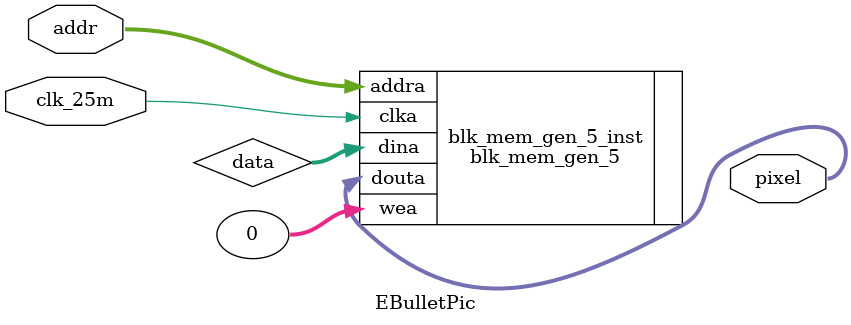
<source format=v>
module EBulletPic(clk_25m, addr, pixel);
	input clk_25m;
	input [16:0]addr;
	output [11:0]pixel;
	wire [11:0] data;
	
	blk_mem_gen_5 blk_mem_gen_5_inst(
      .clka(clk_25m),
      .wea(0),
      .addra(addr),
      .dina(data[11:0]),
      .douta(pixel)
    ); 
endmodule
</source>
